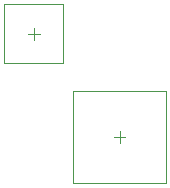
<source format=gbr>
%TF.GenerationSoftware,Altium Limited,Altium Designer,24.6.1 (21)*%
G04 Layer_Color=32768*
%FSLAX45Y45*%
%MOMM*%
%TF.SameCoordinates,4B1D9C49-5ED8-45E5-B71D-261F0C762659*%
%TF.FilePolarity,Positive*%
%TF.FileFunction,Other,Mechanical_15*%
%TF.Part,Single*%
G01*
G75*
%TA.AperFunction,NonConductor*%
%ADD72C,0.10000*%
%ADD74C,0.05000*%
D72*
X8900000Y8725000D02*
Y8825000D01*
X8850000Y8775000D02*
X8950000D01*
X9625000Y7850000D02*
Y7950000D01*
X9575000Y7900000D02*
X9675000D01*
D74*
X9150000Y8525000D02*
Y9025000D01*
X8650000Y8525000D02*
X9150000D01*
X8650000D02*
Y9025000D01*
X9150000D01*
X9235000Y7510000D02*
X10015000D01*
X9235000Y8290000D02*
X10015000D01*
Y7510000D02*
Y8290000D01*
X9235000Y7510000D02*
Y8290000D01*
%TF.MD5,99280e5a5bf59ff134065ceb3edb15c7*%
M02*

</source>
